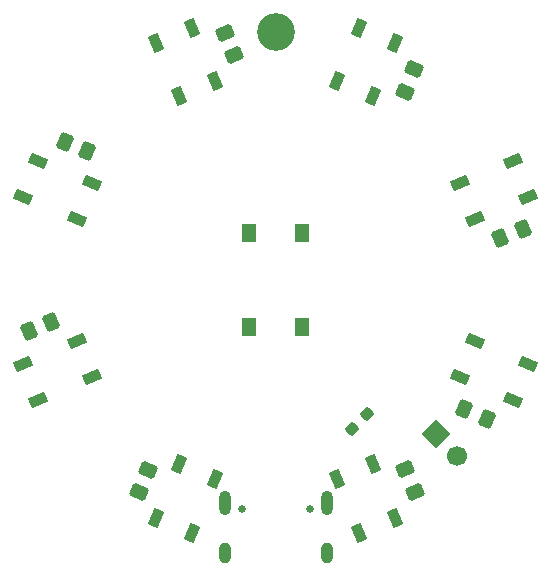
<source format=gts>
G04 #@! TF.GenerationSoftware,KiCad,Pcbnew,7.0.10*
G04 #@! TF.CreationDate,2024-04-20T00:48:07+02:00*
G04 #@! TF.ProjectId,ledDisplay,6c656444-6973-4706-9c61-792e6b696361,rev?*
G04 #@! TF.SameCoordinates,Original*
G04 #@! TF.FileFunction,Soldermask,Top*
G04 #@! TF.FilePolarity,Negative*
%FSLAX46Y46*%
G04 Gerber Fmt 4.6, Leading zero omitted, Abs format (unit mm)*
G04 Created by KiCad (PCBNEW 7.0.10) date 2024-04-20 00:48:07*
%MOMM*%
%LPD*%
G01*
G04 APERTURE LIST*
G04 Aperture macros list*
%AMRoundRect*
0 Rectangle with rounded corners*
0 $1 Rounding radius*
0 $2 $3 $4 $5 $6 $7 $8 $9 X,Y pos of 4 corners*
0 Add a 4 corners polygon primitive as box body*
4,1,4,$2,$3,$4,$5,$6,$7,$8,$9,$2,$3,0*
0 Add four circle primitives for the rounded corners*
1,1,$1+$1,$2,$3*
1,1,$1+$1,$4,$5*
1,1,$1+$1,$6,$7*
1,1,$1+$1,$8,$9*
0 Add four rect primitives between the rounded corners*
20,1,$1+$1,$2,$3,$4,$5,0*
20,1,$1+$1,$4,$5,$6,$7,0*
20,1,$1+$1,$6,$7,$8,$9,0*
20,1,$1+$1,$8,$9,$2,$3,0*%
%AMHorizOval*
0 Thick line with rounded ends*
0 $1 width*
0 $2 $3 position (X,Y) of the first rounded end (center of the circle)*
0 $4 $5 position (X,Y) of the second rounded end (center of the circle)*
0 Add line between two ends*
20,1,$1,$2,$3,$4,$5,0*
0 Add two circle primitives to create the rounded ends*
1,1,$1,$2,$3*
1,1,$1,$4,$5*%
%AMRotRect*
0 Rectangle, with rotation*
0 The origin of the aperture is its center*
0 $1 length*
0 $2 width*
0 $3 Rotation angle, in degrees counterclockwise*
0 Add horizontal line*
21,1,$1,$2,0,0,$3*%
G04 Aperture macros list end*
%ADD10RoundRect,0.250000X-0.493584X-0.309687X0.130035X-0.567998X0.493584X0.309687X-0.130035X0.567998X0*%
%ADD11RotRect,1.500000X0.900000X157.500000*%
%ADD12RotRect,1.500000X0.900000X247.500000*%
%ADD13RotRect,1.500000X0.900000X202.500000*%
%ADD14RoundRect,0.250000X0.567998X-0.130035X0.309687X0.493584X-0.567998X0.130035X-0.309687X-0.493584X0*%
%ADD15RoundRect,0.250000X0.493584X0.309687X-0.130035X0.567998X-0.493584X-0.309687X0.130035X-0.567998X0*%
%ADD16RoundRect,0.250000X0.130035X0.567998X-0.493584X0.309687X-0.130035X-0.567998X0.493584X-0.309687X0*%
%ADD17RoundRect,0.250000X-0.309687X0.493584X-0.567998X-0.130035X0.309687X-0.493584X0.567998X0.130035X0*%
%ADD18RoundRect,0.250000X-0.567998X0.130035X-0.309687X-0.493584X0.567998X-0.130035X0.309687X0.493584X0*%
%ADD19R,1.300000X1.550000*%
%ADD20C,3.200000*%
%ADD21RotRect,1.500000X0.900000X22.500000*%
%ADD22RotRect,1.500000X0.900000X112.500000*%
%ADD23RotRect,1.500000X0.900000X292.500000*%
%ADD24RoundRect,0.250000X0.309687X-0.493584X0.567998X0.130035X-0.309687X0.493584X-0.567998X-0.130035X0*%
%ADD25RoundRect,0.250000X-0.130035X-0.567998X0.493584X-0.309687X0.130035X0.567998X-0.493584X0.309687X0*%
%ADD26RotRect,1.500000X0.900000X337.500000*%
%ADD27RotRect,1.500000X0.900000X67.500000*%
%ADD28RoundRect,0.237500X-0.008839X-0.344715X0.344715X0.008839X0.008839X0.344715X-0.344715X-0.008839X0*%
%ADD29RotRect,1.700000X1.700000X225.000000*%
%ADD30HorizOval,1.700000X0.000000X0.000000X0.000000X0.000000X0*%
%ADD31C,0.650000*%
%ADD32O,1.000000X1.800000*%
%ADD33O,1.000000X2.100000*%
G04 APERTURE END LIST*
D10*
X188953687Y-97937803D03*
X190870737Y-98731871D03*
D11*
X156154486Y-81808307D03*
X157417342Y-78759504D03*
X152890332Y-76884355D03*
X151627476Y-79933158D03*
D12*
X167808307Y-103845514D03*
X164759504Y-102582658D03*
X162884355Y-107109668D03*
X165933158Y-108372524D03*
D13*
X157417342Y-95240496D03*
X156154486Y-92191693D03*
X151627476Y-94066842D03*
X152890332Y-97115645D03*
D14*
X169453233Y-67984845D03*
X168659165Y-66067795D03*
D15*
X157046313Y-76062197D03*
X155129263Y-75268129D03*
D16*
X153984845Y-90546767D03*
X152067795Y-91340835D03*
D17*
X162195034Y-103054475D03*
X161400966Y-104971525D03*
D18*
X183966503Y-103022977D03*
X184760571Y-104940027D03*
D19*
X170750000Y-90975000D03*
X170750000Y-83025000D03*
X175250000Y-90975000D03*
X175250000Y-83025000D03*
D20*
X173000000Y-66000000D03*
D21*
X188582658Y-78759504D03*
X189845514Y-81808307D03*
X194372524Y-79933158D03*
X193109668Y-76884355D03*
D22*
X164759504Y-71417342D03*
X167808307Y-70154486D03*
X165933158Y-65627476D03*
X162884355Y-66890332D03*
D23*
X181240496Y-102582658D03*
X178191693Y-103845514D03*
X180066842Y-108372524D03*
X183115645Y-107109668D03*
D24*
X183937803Y-71046313D03*
X184731871Y-69129263D03*
D25*
X192015155Y-83453233D03*
X193932205Y-82659165D03*
D26*
X189845514Y-92191693D03*
X188582658Y-95240496D03*
X193109668Y-97115645D03*
X194372524Y-94066842D03*
D27*
X178191693Y-70154486D03*
X181240496Y-71417342D03*
X183115645Y-66890332D03*
X180066842Y-65627476D03*
D28*
X179430530Y-99588470D03*
X180721000Y-98298000D03*
D29*
X186544949Y-100057949D03*
D30*
X188341000Y-101854000D03*
D31*
X175890000Y-106395000D03*
X170110000Y-106395000D03*
D32*
X177320000Y-110075000D03*
D33*
X177320000Y-105875000D03*
D32*
X168680000Y-110075000D03*
D33*
X168680000Y-105875000D03*
M02*

</source>
